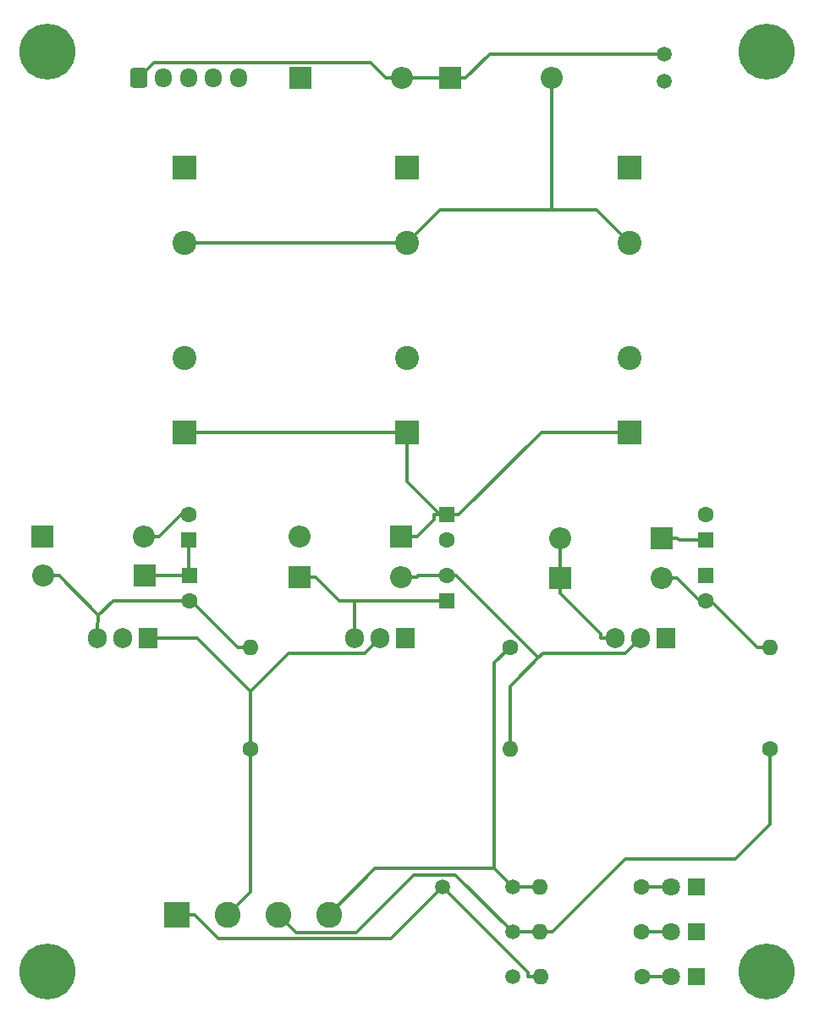
<source format=gbr>
%TF.GenerationSoftware,KiCad,Pcbnew,8.0.3*%
%TF.CreationDate,2024-07-21T22:37:27-04:00*%
%TF.ProjectId,mfos-wall-wart-eurorack-psu,6d666f73-2d77-4616-9c6c-2d776172742d,1.0.0*%
%TF.SameCoordinates,Original*%
%TF.FileFunction,Copper,L2,Bot*%
%TF.FilePolarity,Positive*%
%FSLAX46Y46*%
G04 Gerber Fmt 4.6, Leading zero omitted, Abs format (unit mm)*
G04 Created by KiCad (PCBNEW 8.0.3) date 2024-07-21 22:37:27*
%MOMM*%
%LPD*%
G01*
G04 APERTURE LIST*
G04 Aperture macros list*
%AMRoundRect*
0 Rectangle with rounded corners*
0 $1 Rounding radius*
0 $2 $3 $4 $5 $6 $7 $8 $9 X,Y pos of 4 corners*
0 Add a 4 corners polygon primitive as box body*
4,1,4,$2,$3,$4,$5,$6,$7,$8,$9,$2,$3,0*
0 Add four circle primitives for the rounded corners*
1,1,$1+$1,$2,$3*
1,1,$1+$1,$4,$5*
1,1,$1+$1,$6,$7*
1,1,$1+$1,$8,$9*
0 Add four rect primitives between the rounded corners*
20,1,$1+$1,$2,$3,$4,$5,0*
20,1,$1+$1,$4,$5,$6,$7,0*
20,1,$1+$1,$6,$7,$8,$9,0*
20,1,$1+$1,$8,$9,$2,$3,0*%
G04 Aperture macros list end*
%TA.AperFunction,ComponentPad*%
%ADD10R,2.400000X2.400000*%
%TD*%
%TA.AperFunction,ComponentPad*%
%ADD11C,2.400000*%
%TD*%
%TA.AperFunction,ComponentPad*%
%ADD12C,1.600000*%
%TD*%
%TA.AperFunction,ComponentPad*%
%ADD13O,1.600000X1.600000*%
%TD*%
%TA.AperFunction,ComponentPad*%
%ADD14R,2.200000X2.200000*%
%TD*%
%TA.AperFunction,ComponentPad*%
%ADD15O,2.200000X2.200000*%
%TD*%
%TA.AperFunction,ComponentPad*%
%ADD16R,1.600000X1.600000*%
%TD*%
%TA.AperFunction,ComponentPad*%
%ADD17R,1.800000X1.800000*%
%TD*%
%TA.AperFunction,ComponentPad*%
%ADD18C,1.800000*%
%TD*%
%TA.AperFunction,ComponentPad*%
%ADD19R,1.905000X2.000000*%
%TD*%
%TA.AperFunction,ComponentPad*%
%ADD20O,1.905000X2.000000*%
%TD*%
%TA.AperFunction,ComponentPad*%
%ADD21R,2.600000X2.600000*%
%TD*%
%TA.AperFunction,ComponentPad*%
%ADD22C,2.600000*%
%TD*%
%TA.AperFunction,ComponentPad*%
%ADD23C,5.600000*%
%TD*%
%TA.AperFunction,ComponentPad*%
%ADD24RoundRect,0.250000X-0.600000X-0.725000X0.600000X-0.725000X0.600000X0.725000X-0.600000X0.725000X0*%
%TD*%
%TA.AperFunction,ComponentPad*%
%ADD25O,1.700000X1.950000*%
%TD*%
%TA.AperFunction,ComponentPad*%
%ADD26C,1.500000*%
%TD*%
%TA.AperFunction,Conductor*%
%ADD27C,0.300000*%
%TD*%
G04 APERTURE END LIST*
D10*
%TO.P,C4,1*%
%TO.N,GND*%
X143957600Y-64152000D03*
D11*
%TO.P,C4,2*%
%TO.N,Net-(D1-A)*%
X143957600Y-71652000D03*
%TD*%
D12*
%TO.P,R1,1*%
%TO.N,+12V*%
X180250000Y-122252000D03*
D13*
%TO.P,R1,2*%
%TO.N,GND*%
X180250000Y-112092000D03*
%TD*%
D14*
%TO.P,D8,1,K*%
%TO.N,GND*%
X117710000Y-104952000D03*
D15*
%TO.P,D8,2,A*%
%TO.N,-12V*%
X107550000Y-104952000D03*
%TD*%
D16*
%TO.P,C9,1*%
%TO.N,Net-(D2-K)*%
X147890000Y-98849400D03*
D12*
%TO.P,C9,2*%
%TO.N,GND*%
X147890000Y-101349400D03*
%TD*%
D14*
%TO.P,D5,1,K*%
%TO.N,Net-(D2-K)*%
X143370000Y-101054500D03*
D15*
%TO.P,D5,2,A*%
%TO.N,+5V*%
X133210000Y-101054500D03*
%TD*%
D17*
%TO.P,D9,1,K*%
%TO.N,GND*%
X172932700Y-145052000D03*
D18*
%TO.P,D9,2,A*%
%TO.N,Net-(D9-A)*%
X170392700Y-145052000D03*
%TD*%
D10*
%TO.P,C3,1*%
%TO.N,Net-(D2-K)*%
X143957600Y-90629800D03*
D11*
%TO.P,C3,2*%
%TO.N,GND*%
X143957600Y-83129800D03*
%TD*%
D12*
%TO.P,R6,1*%
%TO.N,Net-(D9-A)*%
X167487700Y-145052000D03*
D13*
%TO.P,R6,2*%
%TO.N,-12V*%
X157327700Y-145052000D03*
%TD*%
D19*
%TO.P,U1,1,IN*%
%TO.N,Net-(D2-K)*%
X169814300Y-111177800D03*
D20*
%TO.P,U1,2,GND*%
%TO.N,GND*%
X167274300Y-111177800D03*
%TO.P,U1,3,OUT*%
%TO.N,+12V*%
X164734300Y-111177800D03*
%TD*%
D21*
%TO.P,J2,1,Pin_1*%
%TO.N,-12V*%
X120897600Y-138852000D03*
D22*
%TO.P,J2,2,Pin_2*%
%TO.N,GND*%
X125977600Y-138852000D03*
%TO.P,J2,3,Pin_3*%
%TO.N,+12V*%
X131057600Y-138852000D03*
%TO.P,J2,4,Pin_4*%
%TO.N,+5V*%
X136137600Y-138852000D03*
%TD*%
D10*
%TO.P,C2,1*%
%TO.N,GND*%
X166207600Y-64152000D03*
D11*
%TO.P,C2,2*%
%TO.N,Net-(D1-A)*%
X166207600Y-71652000D03*
%TD*%
D10*
%TO.P,C5,1*%
%TO.N,Net-(D2-K)*%
X166207600Y-90629800D03*
D11*
%TO.P,C5,2*%
%TO.N,GND*%
X166207600Y-83129800D03*
%TD*%
D14*
%TO.P,D4,1,K*%
%TO.N,+12V*%
X159260000Y-105152000D03*
D15*
%TO.P,D4,2,A*%
%TO.N,GND*%
X169420000Y-105152000D03*
%TD*%
D17*
%TO.P,D10,1,K*%
%TO.N,GND*%
X172932700Y-140552000D03*
D18*
%TO.P,D10,2,A*%
%TO.N,Net-(D10-A)*%
X170392700Y-140552000D03*
%TD*%
D16*
%TO.P,C7,1*%
%TO.N,Net-(D2-K)*%
X173840000Y-101357100D03*
D12*
%TO.P,C7,2*%
%TO.N,GND*%
X173840000Y-98857100D03*
%TD*%
%TO.P,R2,1*%
%TO.N,+5V*%
X154250000Y-112092000D03*
D13*
%TO.P,R2,2*%
%TO.N,GND*%
X154250000Y-122252000D03*
%TD*%
D23*
%TO.P,M2,1*%
%TO.N,N/C*%
X179957600Y-52552000D03*
%TD*%
D12*
%TO.P,R4,1*%
%TO.N,Net-(D11-A)*%
X167407700Y-136052000D03*
D13*
%TO.P,R4,2*%
%TO.N,+5V*%
X157247700Y-136052000D03*
%TD*%
D16*
%TO.P,C12,1*%
%TO.N,GND*%
X122190000Y-104946900D03*
D12*
%TO.P,C12,2*%
%TO.N,-12V*%
X122190000Y-107446900D03*
%TD*%
D16*
%TO.P,C11,1*%
%TO.N,GND*%
X122090000Y-101357100D03*
D12*
%TO.P,C11,2*%
%TO.N,Net-(D1-A)*%
X122090000Y-98857100D03*
%TD*%
D16*
%TO.P,C8,1*%
%TO.N,+12V*%
X173840000Y-104946900D03*
D12*
%TO.P,C8,2*%
%TO.N,GND*%
X173840000Y-107446900D03*
%TD*%
D23*
%TO.P,M1,1*%
%TO.N,N/C*%
X107957600Y-52552000D03*
%TD*%
D24*
%TO.P,J1,1,Pin_1*%
%TO.N,Net-(D1-K)*%
X117087600Y-55157900D03*
D25*
%TO.P,J1,2,Pin_2*%
%TO.N,GND*%
X119587600Y-55157900D03*
%TO.P,J1,3,Pin_3*%
%TO.N,Net-(D11-A)*%
X122087600Y-55157900D03*
%TO.P,J1,4,Pin_4*%
%TO.N,Net-(D10-A)*%
X124587600Y-55157900D03*
%TO.P,J1,5,Pin_5*%
%TO.N,Net-(D9-A)*%
X127087600Y-55157900D03*
%TD*%
D26*
%TO.P,TP6,1,1*%
%TO.N,-12V*%
X147532700Y-136052000D03*
%TD*%
D17*
%TO.P,D11,1,K*%
%TO.N,GND*%
X172932700Y-136052000D03*
D18*
%TO.P,D11,2,A*%
%TO.N,Net-(D11-A)*%
X170392700Y-136052000D03*
%TD*%
D23*
%TO.P,M4,1*%
%TO.N,N/C*%
X107957600Y-144552000D03*
%TD*%
D12*
%TO.P,R5,1*%
%TO.N,Net-(D10-A)*%
X167407700Y-140552000D03*
D13*
%TO.P,R5,2*%
%TO.N,+12V*%
X157247700Y-140552000D03*
%TD*%
D26*
%TO.P,TP1,1,1*%
%TO.N,Net-(D1-K)*%
X169657600Y-52752000D03*
%TD*%
D14*
%TO.P,D7,1,K*%
%TO.N,-12V*%
X107410000Y-101052000D03*
D15*
%TO.P,D7,2,A*%
%TO.N,Net-(D1-A)*%
X117570000Y-101052000D03*
%TD*%
D14*
%TO.P,D1,1,K*%
%TO.N,Net-(D1-K)*%
X148250000Y-55152000D03*
D15*
%TO.P,D1,2,A*%
%TO.N,Net-(D1-A)*%
X158410000Y-55152000D03*
%TD*%
D10*
%TO.P,C6,1*%
%TO.N,GND*%
X121707600Y-64152000D03*
D11*
%TO.P,C6,2*%
%TO.N,Net-(D1-A)*%
X121707600Y-71652000D03*
%TD*%
D14*
%TO.P,D3,1,K*%
%TO.N,Net-(D2-K)*%
X169420000Y-101152000D03*
D15*
%TO.P,D3,2,A*%
%TO.N,+12V*%
X159260000Y-101152000D03*
%TD*%
D19*
%TO.P,U3,1,GND*%
%TO.N,GND*%
X118040000Y-111177800D03*
D20*
%TO.P,U3,2,VI*%
%TO.N,Net-(D1-A)*%
X115500000Y-111177800D03*
%TO.P,U3,3,VO*%
%TO.N,-12V*%
X112960000Y-111177800D03*
%TD*%
D14*
%TO.P,D6,1,K*%
%TO.N,+5V*%
X133210000Y-105054500D03*
D15*
%TO.P,D6,2,A*%
%TO.N,GND*%
X143370000Y-105054500D03*
%TD*%
D14*
%TO.P,D2,1,K*%
%TO.N,Net-(D2-K)*%
X133250000Y-55152000D03*
D15*
%TO.P,D2,2,A*%
%TO.N,Net-(D1-K)*%
X143410000Y-55152000D03*
%TD*%
D23*
%TO.P,M3,1*%
%TO.N,N/C*%
X179957600Y-144552000D03*
%TD*%
D26*
%TO.P,TP5,1,1*%
%TO.N,GND*%
X154487700Y-145052000D03*
%TD*%
D10*
%TO.P,C1,1*%
%TO.N,Net-(D2-K)*%
X121707600Y-90629800D03*
D11*
%TO.P,C1,2*%
%TO.N,GND*%
X121707600Y-83129800D03*
%TD*%
D19*
%TO.P,U2,1,IN*%
%TO.N,Net-(D2-K)*%
X143790000Y-111177800D03*
D20*
%TO.P,U2,2,GND*%
%TO.N,GND*%
X141250000Y-111177800D03*
%TO.P,U2,3,OUT*%
%TO.N,+5V*%
X138710000Y-111177800D03*
%TD*%
D26*
%TO.P,TP3,1,1*%
%TO.N,+5V*%
X154487700Y-136052000D03*
%TD*%
D16*
%TO.P,C10,1*%
%TO.N,+5V*%
X147890000Y-107454500D03*
D12*
%TO.P,C10,2*%
%TO.N,GND*%
X147890000Y-104954500D03*
%TD*%
%TO.P,R3,1*%
%TO.N,GND*%
X128250000Y-122252000D03*
D13*
%TO.P,R3,2*%
%TO.N,-12V*%
X128250000Y-112092000D03*
%TD*%
D26*
%TO.P,TP2,1,1*%
%TO.N,GND*%
X169657600Y-55452000D03*
%TD*%
%TO.P,TP4,1,1*%
%TO.N,+12V*%
X154487700Y-140552000D03*
%TD*%
D27*
%TO.N,Net-(D2-K)*%
X147890000Y-98849400D02*
X149141700Y-98849400D01*
X143957600Y-90629800D02*
X123359300Y-90629800D01*
X169420000Y-101152000D02*
X170971700Y-101152000D01*
X147264200Y-98849400D02*
X143957600Y-95542800D01*
X143957600Y-95542800D02*
X143957600Y-90629800D01*
X146638300Y-99337900D02*
X144921700Y-101054500D01*
X143370000Y-101054500D02*
X144921700Y-101054500D01*
X147264200Y-98849400D02*
X146638300Y-98849400D01*
X171176800Y-101357100D02*
X170971700Y-101152000D01*
X147890000Y-98849400D02*
X147264200Y-98849400D01*
X157361300Y-90629800D02*
X149141700Y-98849400D01*
X146638300Y-98849400D02*
X146638300Y-99337900D01*
X166207600Y-90629800D02*
X157361300Y-90629800D01*
X121707600Y-90629800D02*
X123359300Y-90629800D01*
X173840000Y-101357100D02*
X171176800Y-101357100D01*
%TO.N,GND*%
X117710000Y-104952000D02*
X119261700Y-104952000D01*
X122090000Y-104946900D02*
X122090000Y-102608800D01*
X157590800Y-112667100D02*
X165785000Y-112667100D01*
X122090000Y-104946900D02*
X119266800Y-104946900D01*
X180250000Y-112092000D02*
X178998300Y-112092000D01*
X154250000Y-122252000D02*
X154250000Y-116010000D01*
X174353200Y-107446900D02*
X178998300Y-112092000D01*
X173266600Y-107446900D02*
X173840000Y-107446900D01*
X157093800Y-113164100D02*
X148884100Y-104954500D01*
X147890000Y-104954500D02*
X145021700Y-104954500D01*
X173840000Y-107446900D02*
X174353200Y-107446900D01*
X128250000Y-136579600D02*
X125977600Y-138852000D01*
X145021700Y-104954500D02*
X144921700Y-105054500D01*
X143370000Y-105054500D02*
X144921700Y-105054500D01*
X154851700Y-115406200D02*
X157093800Y-113164100D01*
X122944800Y-111177800D02*
X128250000Y-116483000D01*
X128250000Y-122252000D02*
X128250000Y-136579600D01*
X169420000Y-105152000D02*
X170971700Y-105152000D01*
X154250000Y-116010000D02*
X154851700Y-115408300D01*
X148884100Y-104954500D02*
X147890000Y-104954500D01*
X139742500Y-112685300D02*
X132047700Y-112685300D01*
X165785000Y-112667100D02*
X167274300Y-111177800D01*
X122090000Y-101357100D02*
X122090000Y-102608800D01*
X170971700Y-105152000D02*
X173266600Y-107446900D01*
X122190000Y-104946900D02*
X122090000Y-104946900D01*
X128250000Y-116483000D02*
X128250000Y-122252000D01*
X119266800Y-104946900D02*
X119261700Y-104952000D01*
X157093800Y-113164100D02*
X157590800Y-112667100D01*
X132047700Y-112685300D02*
X128250000Y-116483000D01*
X141250000Y-111177800D02*
X139742500Y-112685300D01*
X154851700Y-115408300D02*
X154851700Y-115406200D01*
X118040000Y-111177800D02*
X122944800Y-111177800D01*
%TO.N,Net-(D1-A)*%
X117570000Y-101052000D02*
X119121700Y-101052000D01*
X121316600Y-98857100D02*
X119121700Y-101052000D01*
X143957600Y-71652000D02*
X147280600Y-68329000D01*
X147280600Y-68329000D02*
X158410000Y-68329000D01*
X158410000Y-68329000D02*
X162884600Y-68329000D01*
X121707600Y-71652000D02*
X143957600Y-71652000D01*
X158410000Y-55152000D02*
X158410000Y-56703700D01*
X158410000Y-68329000D02*
X158410000Y-56703700D01*
X122090000Y-98857100D02*
X121316600Y-98857100D01*
X162884600Y-68329000D02*
X166207600Y-71652000D01*
%TO.N,+12V*%
X154487700Y-140552000D02*
X155996000Y-140552000D01*
X180250000Y-122252000D02*
X180250000Y-129821100D01*
X132821800Y-140616200D02*
X131057600Y-138852000D01*
X157247700Y-140552000D02*
X158499400Y-140552000D01*
X148786000Y-134850300D02*
X144630200Y-134850300D01*
X165761100Y-133290300D02*
X158499400Y-140552000D01*
X159260000Y-105152000D02*
X159260000Y-101152000D01*
X180250000Y-129821100D02*
X176780800Y-133290300D01*
X159260000Y-105152000D02*
X159260000Y-106703700D01*
X157247700Y-140552000D02*
X155996000Y-140552000D01*
X164734300Y-111177800D02*
X163330100Y-111177800D01*
X154487700Y-140552000D02*
X148786000Y-134850300D01*
X144630200Y-134850300D02*
X138864300Y-140616200D01*
X138864300Y-140616200D02*
X132821800Y-140616200D01*
X163330100Y-111177800D02*
X163330100Y-110773800D01*
X176780800Y-133290300D02*
X165761100Y-133290300D01*
X163330100Y-110773800D02*
X159260000Y-106703700D01*
%TO.N,+5V*%
X152683500Y-134247800D02*
X152683500Y-113658500D01*
X133210000Y-105054500D02*
X134761700Y-105054500D01*
X138710000Y-111177800D02*
X138710000Y-109726100D01*
X138710000Y-107454500D02*
X146638300Y-107454500D01*
X138710000Y-107454500D02*
X138710000Y-109726100D01*
X154487700Y-136052000D02*
X152683500Y-134247800D01*
X154487700Y-136052000D02*
X155996000Y-136052000D01*
X157247700Y-136052000D02*
X155996000Y-136052000D01*
X140741800Y-134247800D02*
X136137600Y-138852000D01*
X152683500Y-113658500D02*
X154250000Y-112092000D01*
X152683500Y-134247800D02*
X140741800Y-134247800D01*
X137161700Y-107454500D02*
X138710000Y-107454500D01*
X134761700Y-105054500D02*
X137161700Y-107454500D01*
X147890000Y-107454500D02*
X146638300Y-107454500D01*
%TO.N,-12V*%
X125029300Y-141232000D02*
X142352700Y-141232000D01*
X122190000Y-107446900D02*
X114548400Y-107446900D01*
X113072500Y-108922800D02*
X113072500Y-109613600D01*
X128250000Y-112092000D02*
X126998300Y-112092000D01*
X126998300Y-112092000D02*
X122353200Y-107446900D01*
X112960000Y-111177800D02*
X112960000Y-109726100D01*
X157327700Y-145052000D02*
X156076000Y-145052000D01*
X114548400Y-107446900D02*
X113072500Y-108922800D01*
X122353200Y-107446900D02*
X122190000Y-107446900D01*
X147532700Y-136052000D02*
X156076000Y-144595300D01*
X113072500Y-109613600D02*
X112960000Y-109726100D01*
X122649300Y-138852000D02*
X125029300Y-141232000D01*
X113072500Y-108922800D02*
X109101700Y-104952000D01*
X156076000Y-144595300D02*
X156076000Y-145052000D01*
X107550000Y-104952000D02*
X109101700Y-104952000D01*
X120897600Y-138852000D02*
X122649300Y-138852000D01*
X142352700Y-141232000D02*
X147532700Y-136052000D01*
%TO.N,Net-(D1-K)*%
X169657600Y-52752000D02*
X152201700Y-52752000D01*
X143410000Y-55152000D02*
X141858300Y-55152000D01*
X152201700Y-52752000D02*
X149801700Y-55152000D01*
X118646800Y-53598700D02*
X117087600Y-55157900D01*
X141858300Y-55152000D02*
X140305000Y-53598700D01*
X148250000Y-55152000D02*
X149801700Y-55152000D01*
X148250000Y-55152000D02*
X143410000Y-55152000D01*
X140305000Y-53598700D02*
X118646800Y-53598700D01*
%TO.N,Net-(D9-A)*%
X170392700Y-145052000D02*
X167487700Y-145052000D01*
%TO.N,Net-(D10-A)*%
X170392700Y-140552000D02*
X167407700Y-140552000D01*
%TO.N,Net-(D11-A)*%
X170392700Y-136052000D02*
X167407700Y-136052000D01*
%TD*%
M02*

</source>
